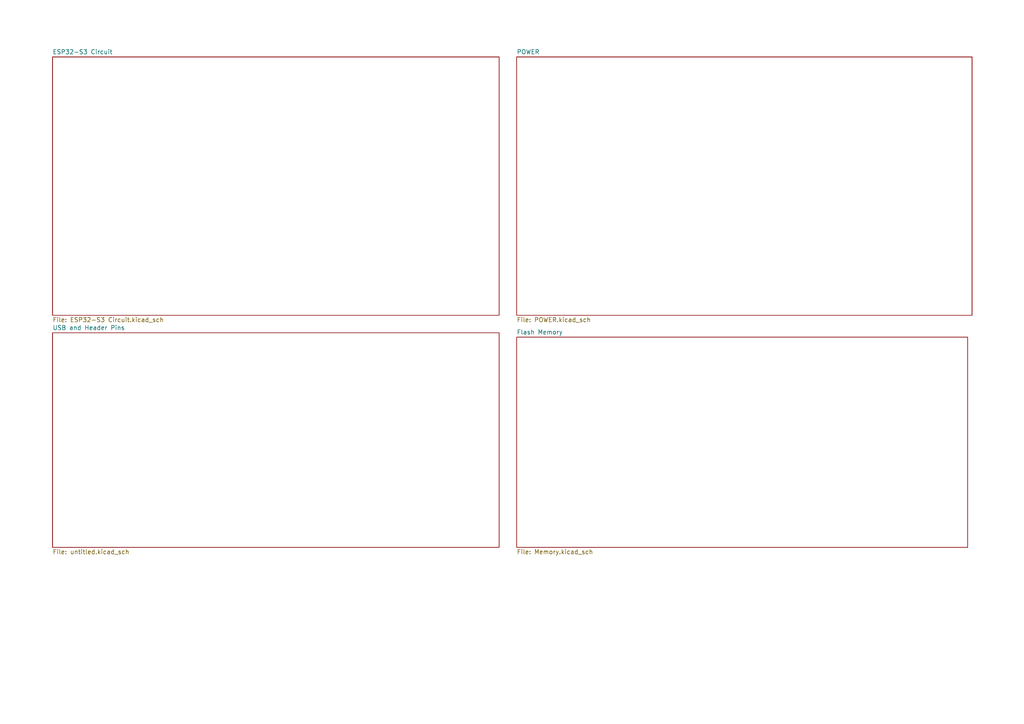
<source format=kicad_sch>
(kicad_sch
	(version 20250114)
	(generator "eeschema")
	(generator_version "9.0")
	(uuid "7ca11540-523a-494e-81ce-32dcfd04380d")
	(paper "A4")
	(lib_symbols)
	(sheet
		(at 15.24 16.51)
		(size 129.54 74.93)
		(exclude_from_sim no)
		(in_bom yes)
		(on_board yes)
		(dnp no)
		(fields_autoplaced yes)
		(stroke
			(width 0.1524)
			(type solid)
		)
		(fill
			(color 0 0 0 0.0000)
		)
		(uuid "020c805a-1f94-4bd2-9ff2-8c0bffec849d")
		(property "Sheetname" "ESP32-S3 Circuit"
			(at 15.24 15.7984 0)
			(effects
				(font
					(size 1.27 1.27)
				)
				(justify left bottom)
			)
		)
		(property "Sheetfile" "ESP32-S3 Circuit.kicad_sch"
			(at 15.24 92.0246 0)
			(effects
				(font
					(size 1.27 1.27)
				)
				(justify left top)
			)
		)
		(instances
			(project "ESP32-S3_Bare_Chip"
				(path "/7ca11540-523a-494e-81ce-32dcfd04380d"
					(page "2")
				)
			)
		)
	)
	(sheet
		(at 149.86 97.79)
		(size 130.81 60.96)
		(exclude_from_sim no)
		(in_bom yes)
		(on_board yes)
		(dnp no)
		(fields_autoplaced yes)
		(stroke
			(width 0.1524)
			(type solid)
		)
		(fill
			(color 0 0 0 0.0000)
		)
		(uuid "359ba80f-2d7b-4998-bf97-1bc80a38a838")
		(property "Sheetname" "Flash Memory"
			(at 149.86 97.0784 0)
			(effects
				(font
					(size 1.27 1.27)
				)
				(justify left bottom)
			)
		)
		(property "Sheetfile" "Memory.kicad_sch"
			(at 149.86 159.3346 0)
			(effects
				(font
					(size 1.27 1.27)
				)
				(justify left top)
			)
		)
		(instances
			(project "ESP32-S3_Bare_Chip"
				(path "/7ca11540-523a-494e-81ce-32dcfd04380d"
					(page "5")
				)
			)
		)
	)
	(sheet
		(at 15.24 96.52)
		(size 129.54 62.23)
		(exclude_from_sim no)
		(in_bom yes)
		(on_board yes)
		(dnp no)
		(fields_autoplaced yes)
		(stroke
			(width 0.1524)
			(type solid)
		)
		(fill
			(color 0 0 0 0.0000)
		)
		(uuid "b600b8df-df23-49bf-bb89-1a7300d71888")
		(property "Sheetname" "USB and Header Pins"
			(at 15.24 95.8084 0)
			(effects
				(font
					(size 1.27 1.27)
				)
				(justify left bottom)
			)
		)
		(property "Sheetfile" "untitled.kicad_sch"
			(at 15.24 159.3346 0)
			(effects
				(font
					(size 1.27 1.27)
				)
				(justify left top)
			)
		)
		(instances
			(project "ESP32-S3_Bare_Chip"
				(path "/7ca11540-523a-494e-81ce-32dcfd04380d"
					(page "4")
				)
			)
		)
	)
	(sheet
		(at 149.86 16.51)
		(size 132.08 74.93)
		(exclude_from_sim no)
		(in_bom yes)
		(on_board yes)
		(dnp no)
		(fields_autoplaced yes)
		(stroke
			(width 0.1524)
			(type solid)
		)
		(fill
			(color 0 0 0 0.0000)
		)
		(uuid "ff40e482-42f8-40ac-85e0-df59dc98cce4")
		(property "Sheetname" "POWER"
			(at 149.86 15.7984 0)
			(effects
				(font
					(size 1.27 1.27)
				)
				(justify left bottom)
			)
		)
		(property "Sheetfile" "POWER.kicad_sch"
			(at 149.86 92.0246 0)
			(effects
				(font
					(size 1.27 1.27)
				)
				(justify left top)
			)
		)
		(instances
			(project "ESP32-S3_Bare_Chip"
				(path "/7ca11540-523a-494e-81ce-32dcfd04380d"
					(page "3")
				)
			)
		)
	)
	(sheet_instances
		(path "/"
			(page "1")
		)
	)
	(embedded_fonts no)
)

</source>
